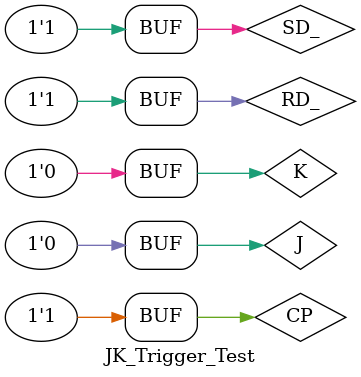
<source format=v>
`timescale 1ns / 1ps


module JK_Trigger_Test;
    reg SD_,RD_,CP,J,K;
    wire Q,Q_;

    JK_Trigger JKTT(SD_,RD_,CP,J,K,Q,Q_);
    initial
    begin
        SD_=1;RD_=1;CP=0;J=1;K=0;   #100;
        SD_=1;RD_=1;CP=1;J=0;K=0;   #100;
        SD_=1;RD_=1;CP=1;J=0;K=1;   #100;
        SD_=1;RD_=1;CP=0;J=0;K=1;   #100;
        SD_=1;RD_=1;CP=1;J=1;K=1;   #100;
        SD_=1;RD_=1;CP=0;J=1;K=1;   #100;
        SD_=0;RD_=1;CP=1;J=0;K=0;   #100;
        SD_=1;RD_=0;CP=0;J=0;K=0;   #100;
        SD_=0;RD_=1;CP=1;J=0;K=0;   #100;
        SD_=1;RD_=1;CP=1;J=0;K=0;   #100;
    end
endmodule

</source>
